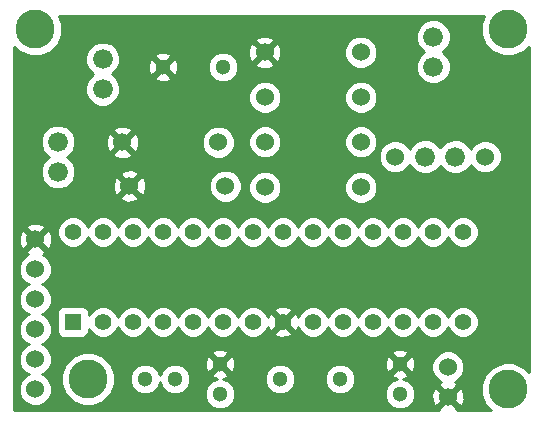
<source format=gbl>
%FSLAX46Y46*%
G04 Gerber Fmt 4.6, Leading zero omitted, Abs format (unit mm)*
G04 Created by KiCad (PCBNEW (2014-jul-16 BZR unknown)-product) date Mon 06 Oct 2014 22:12:13 BST*
%MOMM*%
G01*
G04 APERTURE LIST*
%ADD10C,0.100000*%
%ADD11C,1.300000*%
%ADD12C,1.397000*%
%ADD13R,1.397000X1.397000*%
%ADD14C,1.524000*%
%ADD15C,3.300000*%
%ADD16C,1.676400*%
%ADD17C,0.254000*%
G04 APERTURE END LIST*
D10*
D11*
X106426000Y-117856000D03*
X108966000Y-117856000D03*
X117856000Y-117856000D03*
X122936000Y-117856000D03*
X112776000Y-116586000D03*
X112776000Y-119126000D03*
X128016000Y-116586000D03*
X128016000Y-119126000D03*
D12*
X102870000Y-113030000D03*
X105410000Y-113030000D03*
X107950000Y-113030000D03*
X110490000Y-113030000D03*
X113030000Y-113030000D03*
X115570000Y-113030000D03*
X118110000Y-113030000D03*
X120650000Y-113030000D03*
X123190000Y-113030000D03*
X125730000Y-113030000D03*
X128270000Y-113030000D03*
X130810000Y-113030000D03*
X133350000Y-113030000D03*
D13*
X100330000Y-113030000D03*
D12*
X133350000Y-105410000D03*
X130810000Y-105410000D03*
X128270000Y-105410000D03*
X125730000Y-105410000D03*
X123190000Y-105410000D03*
X120650000Y-105410000D03*
X118110000Y-105410000D03*
X115570000Y-105410000D03*
X113030000Y-105410000D03*
X110490000Y-105410000D03*
X107950000Y-105410000D03*
X105410000Y-105410000D03*
X102870000Y-105410000D03*
X100330000Y-105410000D03*
D11*
X113030000Y-91440000D03*
X107950000Y-91440000D03*
D14*
X132080000Y-116840000D03*
X132080000Y-119380000D03*
X97155000Y-111125000D03*
X97155000Y-113665000D03*
X97155000Y-108585000D03*
X97155000Y-106045000D03*
X97155000Y-116205000D03*
X97155000Y-118745000D03*
D15*
X137160000Y-88265000D03*
X97155000Y-88265000D03*
X137160000Y-118745000D03*
X101600000Y-117856000D03*
D16*
X99060000Y-100330000D03*
X99060000Y-97790000D03*
X130149600Y-99034600D03*
X132689600Y-99034600D03*
D14*
X135229600Y-99034600D03*
X127609600Y-99034600D03*
D16*
X102844600Y-93319600D03*
X102844600Y-90779600D03*
D14*
X124714000Y-97790000D03*
X116586000Y-97790000D03*
X124714000Y-94005400D03*
X116586000Y-94005400D03*
X105105200Y-101523800D03*
X113233200Y-101523800D03*
X116560600Y-90195400D03*
X124688600Y-90195400D03*
X124714000Y-101625400D03*
X116586000Y-101625400D03*
X104521000Y-97815400D03*
X112649000Y-97815400D03*
D16*
X130835400Y-91414600D03*
X130835400Y-88874600D03*
D17*
G36*
X138938000Y-117291804D02*
X138456039Y-116809001D01*
X137616509Y-116460397D01*
X136707479Y-116459604D01*
X136626842Y-116492922D01*
X136626842Y-98757939D01*
X136414610Y-98244297D01*
X136021970Y-97850971D01*
X135508700Y-97637843D01*
X134952939Y-97637358D01*
X134439297Y-97849590D01*
X134045971Y-98242230D01*
X134000977Y-98350587D01*
X133939247Y-98201189D01*
X133525191Y-97786410D01*
X132983923Y-97561656D01*
X132397848Y-97561145D01*
X132308855Y-97597916D01*
X132308855Y-91122848D01*
X132085047Y-90581189D01*
X131670991Y-90166410D01*
X131619008Y-90144824D01*
X131668811Y-90124247D01*
X132083590Y-89710191D01*
X132308344Y-89168923D01*
X132308855Y-88582848D01*
X132085047Y-88041189D01*
X131670991Y-87626410D01*
X131129723Y-87401656D01*
X130543648Y-87401145D01*
X130001989Y-87624953D01*
X129587210Y-88039009D01*
X129362456Y-88580277D01*
X129361945Y-89166352D01*
X129585753Y-89708011D01*
X129999809Y-90122790D01*
X130051791Y-90144375D01*
X130001989Y-90164953D01*
X129587210Y-90579009D01*
X129362456Y-91120277D01*
X129361945Y-91706352D01*
X129585753Y-92248011D01*
X129999809Y-92662790D01*
X130541077Y-92887544D01*
X131127152Y-92888055D01*
X131668811Y-92664247D01*
X132083590Y-92250191D01*
X132308344Y-91708923D01*
X132308855Y-91122848D01*
X132308855Y-97597916D01*
X131856189Y-97784953D01*
X131441410Y-98199009D01*
X131419824Y-98250991D01*
X131399247Y-98201189D01*
X130985191Y-97786410D01*
X130443923Y-97561656D01*
X129857848Y-97561145D01*
X129316189Y-97784953D01*
X128901410Y-98199009D01*
X128838498Y-98350516D01*
X128794610Y-98244297D01*
X128401970Y-97850971D01*
X127888700Y-97637843D01*
X127332939Y-97637358D01*
X126819297Y-97849590D01*
X126425971Y-98242230D01*
X126212843Y-98755500D01*
X126212358Y-99311261D01*
X126424590Y-99824903D01*
X126817230Y-100218229D01*
X127330500Y-100431357D01*
X127886261Y-100431842D01*
X128399903Y-100219610D01*
X128793229Y-99826970D01*
X128838222Y-99718612D01*
X128899953Y-99868011D01*
X129314009Y-100282790D01*
X129855277Y-100507544D01*
X130441352Y-100508055D01*
X130983011Y-100284247D01*
X131397790Y-99870191D01*
X131419375Y-99818208D01*
X131439953Y-99868011D01*
X131854009Y-100282790D01*
X132395277Y-100507544D01*
X132981352Y-100508055D01*
X133523011Y-100284247D01*
X133937790Y-99870191D01*
X134000701Y-99718683D01*
X134044590Y-99824903D01*
X134437230Y-100218229D01*
X134950500Y-100431357D01*
X135506261Y-100431842D01*
X136019903Y-100219610D01*
X136413229Y-99826970D01*
X136626357Y-99313700D01*
X136626842Y-98757939D01*
X136626842Y-116492922D01*
X135867342Y-116806742D01*
X135224001Y-117448961D01*
X134875397Y-118288491D01*
X134874604Y-119197521D01*
X135221742Y-120037658D01*
X135706237Y-120523000D01*
X134683731Y-120523000D01*
X134683731Y-112765914D01*
X134683731Y-105145914D01*
X134481146Y-104655620D01*
X134106353Y-104280173D01*
X133616413Y-104076732D01*
X133085914Y-104076269D01*
X132595620Y-104278854D01*
X132220173Y-104653647D01*
X132079906Y-104991446D01*
X131941146Y-104655620D01*
X131566353Y-104280173D01*
X131076413Y-104076732D01*
X130545914Y-104076269D01*
X130055620Y-104278854D01*
X129680173Y-104653647D01*
X129539906Y-104991446D01*
X129401146Y-104655620D01*
X129026353Y-104280173D01*
X128536413Y-104076732D01*
X128005914Y-104076269D01*
X127515620Y-104278854D01*
X127140173Y-104653647D01*
X126999906Y-104991446D01*
X126861146Y-104655620D01*
X126486353Y-104280173D01*
X126111242Y-104124413D01*
X126111242Y-101348739D01*
X126111242Y-97513339D01*
X126111242Y-93728739D01*
X126085842Y-93667266D01*
X126085842Y-89918739D01*
X125873610Y-89405097D01*
X125480970Y-89011771D01*
X124967700Y-88798643D01*
X124411939Y-88798158D01*
X123898297Y-89010390D01*
X123504971Y-89403030D01*
X123291843Y-89916300D01*
X123291358Y-90472061D01*
X123503590Y-90985703D01*
X123896230Y-91379029D01*
X124409500Y-91592157D01*
X124965261Y-91592642D01*
X125478903Y-91380410D01*
X125872229Y-90987770D01*
X126085357Y-90474500D01*
X126085842Y-89918739D01*
X126085842Y-93667266D01*
X125899010Y-93215097D01*
X125506370Y-92821771D01*
X124993100Y-92608643D01*
X124437339Y-92608158D01*
X123923697Y-92820390D01*
X123530371Y-93213030D01*
X123317243Y-93726300D01*
X123316758Y-94282061D01*
X123528990Y-94795703D01*
X123921630Y-95189029D01*
X124434900Y-95402157D01*
X124990661Y-95402642D01*
X125504303Y-95190410D01*
X125897629Y-94797770D01*
X126110757Y-94284500D01*
X126111242Y-93728739D01*
X126111242Y-97513339D01*
X125899010Y-96999697D01*
X125506370Y-96606371D01*
X124993100Y-96393243D01*
X124437339Y-96392758D01*
X123923697Y-96604990D01*
X123530371Y-96997630D01*
X123317243Y-97510900D01*
X123316758Y-98066661D01*
X123528990Y-98580303D01*
X123921630Y-98973629D01*
X124434900Y-99186757D01*
X124990661Y-99187242D01*
X125504303Y-98975010D01*
X125897629Y-98582370D01*
X126110757Y-98069100D01*
X126111242Y-97513339D01*
X126111242Y-101348739D01*
X125899010Y-100835097D01*
X125506370Y-100441771D01*
X124993100Y-100228643D01*
X124437339Y-100228158D01*
X123923697Y-100440390D01*
X123530371Y-100833030D01*
X123317243Y-101346300D01*
X123316758Y-101902061D01*
X123528990Y-102415703D01*
X123921630Y-102809029D01*
X124434900Y-103022157D01*
X124990661Y-103022642D01*
X125504303Y-102810410D01*
X125897629Y-102417770D01*
X126110757Y-101904500D01*
X126111242Y-101348739D01*
X126111242Y-104124413D01*
X125996413Y-104076732D01*
X125465914Y-104076269D01*
X124975620Y-104278854D01*
X124600173Y-104653647D01*
X124459906Y-104991446D01*
X124321146Y-104655620D01*
X123946353Y-104280173D01*
X123456413Y-104076732D01*
X122925914Y-104076269D01*
X122435620Y-104278854D01*
X122060173Y-104653647D01*
X121919906Y-104991446D01*
X121781146Y-104655620D01*
X121406353Y-104280173D01*
X120916413Y-104076732D01*
X120385914Y-104076269D01*
X119895620Y-104278854D01*
X119520173Y-104653647D01*
X119379906Y-104991446D01*
X119241146Y-104655620D01*
X118866353Y-104280173D01*
X118376413Y-104076732D01*
X117983242Y-104076388D01*
X117983242Y-101348739D01*
X117983242Y-97513339D01*
X117983242Y-93728739D01*
X117969744Y-93696071D01*
X117969744Y-90403098D01*
X117941962Y-89848032D01*
X117782997Y-89464257D01*
X117540813Y-89394792D01*
X117361208Y-89574397D01*
X117361208Y-89215187D01*
X117291743Y-88973003D01*
X116768298Y-88786256D01*
X116213232Y-88814038D01*
X115829457Y-88973003D01*
X115759992Y-89215187D01*
X116560600Y-90015795D01*
X117361208Y-89215187D01*
X117361208Y-89574397D01*
X116740205Y-90195400D01*
X117540813Y-90996008D01*
X117782997Y-90926543D01*
X117969744Y-90403098D01*
X117969744Y-93696071D01*
X117771010Y-93215097D01*
X117378370Y-92821771D01*
X117361208Y-92814644D01*
X117361208Y-91175613D01*
X116560600Y-90375005D01*
X116380995Y-90554610D01*
X116380995Y-90195400D01*
X115580387Y-89394792D01*
X115338203Y-89464257D01*
X115151456Y-89987702D01*
X115179238Y-90542768D01*
X115338203Y-90926543D01*
X115580387Y-90996008D01*
X116380995Y-90195400D01*
X116380995Y-90554610D01*
X115759992Y-91175613D01*
X115829457Y-91417797D01*
X116352902Y-91604544D01*
X116907968Y-91576762D01*
X117291743Y-91417797D01*
X117361208Y-91175613D01*
X117361208Y-92814644D01*
X116865100Y-92608643D01*
X116309339Y-92608158D01*
X115795697Y-92820390D01*
X115402371Y-93213030D01*
X115189243Y-93726300D01*
X115188758Y-94282061D01*
X115400990Y-94795703D01*
X115793630Y-95189029D01*
X116306900Y-95402157D01*
X116862661Y-95402642D01*
X117376303Y-95190410D01*
X117769629Y-94797770D01*
X117982757Y-94284500D01*
X117983242Y-93728739D01*
X117983242Y-97513339D01*
X117771010Y-96999697D01*
X117378370Y-96606371D01*
X116865100Y-96393243D01*
X116309339Y-96392758D01*
X115795697Y-96604990D01*
X115402371Y-96997630D01*
X115189243Y-97510900D01*
X115188758Y-98066661D01*
X115400990Y-98580303D01*
X115793630Y-98973629D01*
X116306900Y-99186757D01*
X116862661Y-99187242D01*
X117376303Y-98975010D01*
X117769629Y-98582370D01*
X117982757Y-98069100D01*
X117983242Y-97513339D01*
X117983242Y-101348739D01*
X117771010Y-100835097D01*
X117378370Y-100441771D01*
X116865100Y-100228643D01*
X116309339Y-100228158D01*
X115795697Y-100440390D01*
X115402371Y-100833030D01*
X115189243Y-101346300D01*
X115188758Y-101902061D01*
X115400990Y-102415703D01*
X115793630Y-102809029D01*
X116306900Y-103022157D01*
X116862661Y-103022642D01*
X117376303Y-102810410D01*
X117769629Y-102417770D01*
X117982757Y-101904500D01*
X117983242Y-101348739D01*
X117983242Y-104076388D01*
X117845914Y-104076269D01*
X117355620Y-104278854D01*
X116980173Y-104653647D01*
X116839906Y-104991446D01*
X116701146Y-104655620D01*
X116326353Y-104280173D01*
X115836413Y-104076732D01*
X115305914Y-104076269D01*
X114815620Y-104278854D01*
X114630442Y-104463709D01*
X114630442Y-101247139D01*
X114418210Y-100733497D01*
X114315223Y-100630330D01*
X114315223Y-91185519D01*
X114120005Y-90713057D01*
X113758845Y-90351265D01*
X113286724Y-90155223D01*
X112775519Y-90154777D01*
X112303057Y-90349995D01*
X111941265Y-90711155D01*
X111745223Y-91183276D01*
X111744777Y-91694481D01*
X111939995Y-92166943D01*
X112301155Y-92528735D01*
X112773276Y-92724777D01*
X113284481Y-92725223D01*
X113756943Y-92530005D01*
X114118735Y-92168845D01*
X114314777Y-91696724D01*
X114315223Y-91185519D01*
X114315223Y-100630330D01*
X114046242Y-100360879D01*
X114046242Y-97538739D01*
X113834010Y-97025097D01*
X113441370Y-96631771D01*
X112928100Y-96418643D01*
X112372339Y-96418158D01*
X111858697Y-96630390D01*
X111465371Y-97023030D01*
X111252243Y-97536300D01*
X111251758Y-98092061D01*
X111463990Y-98605703D01*
X111856630Y-98999029D01*
X112369900Y-99212157D01*
X112925661Y-99212642D01*
X113439303Y-99000410D01*
X113832629Y-98607770D01*
X114045757Y-98094500D01*
X114046242Y-97538739D01*
X114046242Y-100360879D01*
X114025570Y-100340171D01*
X113512300Y-100127043D01*
X112956539Y-100126558D01*
X112442897Y-100338790D01*
X112049571Y-100731430D01*
X111836443Y-101244700D01*
X111835958Y-101800461D01*
X112048190Y-102314103D01*
X112440830Y-102707429D01*
X112954100Y-102920557D01*
X113509861Y-102921042D01*
X114023503Y-102708810D01*
X114416829Y-102316170D01*
X114629957Y-101802900D01*
X114630442Y-101247139D01*
X114630442Y-104463709D01*
X114440173Y-104653647D01*
X114299906Y-104991446D01*
X114161146Y-104655620D01*
X113786353Y-104280173D01*
X113296413Y-104076732D01*
X112765914Y-104076269D01*
X112275620Y-104278854D01*
X111900173Y-104653647D01*
X111759906Y-104991446D01*
X111621146Y-104655620D01*
X111246353Y-104280173D01*
X110756413Y-104076732D01*
X110225914Y-104076269D01*
X109735620Y-104278854D01*
X109360173Y-104653647D01*
X109247622Y-104924698D01*
X109247622Y-91620922D01*
X109218083Y-91110572D01*
X109079611Y-90776271D01*
X108849016Y-90720590D01*
X108669410Y-90900195D01*
X108669410Y-90540984D01*
X108613729Y-90310389D01*
X108130922Y-90142378D01*
X107620572Y-90171917D01*
X107286271Y-90310389D01*
X107230590Y-90540984D01*
X107950000Y-91260395D01*
X108669410Y-90540984D01*
X108669410Y-90900195D01*
X108129605Y-91440000D01*
X108849016Y-92159410D01*
X109079611Y-92103729D01*
X109247622Y-91620922D01*
X109247622Y-104924698D01*
X109219906Y-104991446D01*
X109081146Y-104655620D01*
X108706353Y-104280173D01*
X108669410Y-104264832D01*
X108669410Y-92339016D01*
X107950000Y-91619605D01*
X107770395Y-91799210D01*
X107770395Y-91440000D01*
X107050984Y-90720590D01*
X106820389Y-90776271D01*
X106652378Y-91259078D01*
X106681917Y-91769428D01*
X106820389Y-92103729D01*
X107050984Y-92159410D01*
X107770395Y-91440000D01*
X107770395Y-91799210D01*
X107230590Y-92339016D01*
X107286271Y-92569611D01*
X107769078Y-92737622D01*
X108279428Y-92708083D01*
X108613729Y-92569611D01*
X108669410Y-92339016D01*
X108669410Y-104264832D01*
X108216413Y-104076732D01*
X107685914Y-104076269D01*
X107195620Y-104278854D01*
X106820173Y-104653647D01*
X106679906Y-104991446D01*
X106541146Y-104655620D01*
X106514344Y-104628771D01*
X106514344Y-101731498D01*
X106486562Y-101176432D01*
X106327597Y-100792657D01*
X106085413Y-100723192D01*
X105930144Y-100878461D01*
X105930144Y-98023098D01*
X105902362Y-97468032D01*
X105743397Y-97084257D01*
X105501213Y-97014792D01*
X105321608Y-97194397D01*
X105321608Y-96835187D01*
X105252143Y-96593003D01*
X104728698Y-96406256D01*
X104318055Y-96426809D01*
X104318055Y-93027848D01*
X104094247Y-92486189D01*
X103680191Y-92071410D01*
X103628208Y-92049824D01*
X103678011Y-92029247D01*
X104092790Y-91615191D01*
X104317544Y-91073923D01*
X104318055Y-90487848D01*
X104094247Y-89946189D01*
X103680191Y-89531410D01*
X103138923Y-89306656D01*
X102552848Y-89306145D01*
X102011189Y-89529953D01*
X101596410Y-89944009D01*
X101371656Y-90485277D01*
X101371145Y-91071352D01*
X101594953Y-91613011D01*
X102009009Y-92027790D01*
X102060991Y-92049375D01*
X102011189Y-92069953D01*
X101596410Y-92484009D01*
X101371656Y-93025277D01*
X101371145Y-93611352D01*
X101594953Y-94153011D01*
X102009009Y-94567790D01*
X102550277Y-94792544D01*
X103136352Y-94793055D01*
X103678011Y-94569247D01*
X104092790Y-94155191D01*
X104317544Y-93613923D01*
X104318055Y-93027848D01*
X104318055Y-96426809D01*
X104173632Y-96434038D01*
X103789857Y-96593003D01*
X103720392Y-96835187D01*
X104521000Y-97635795D01*
X105321608Y-96835187D01*
X105321608Y-97194397D01*
X104700605Y-97815400D01*
X105501213Y-98616008D01*
X105743397Y-98546543D01*
X105930144Y-98023098D01*
X105930144Y-100878461D01*
X105905808Y-100902797D01*
X105905808Y-100543587D01*
X105836343Y-100301403D01*
X105321608Y-100117763D01*
X105321608Y-98795613D01*
X104521000Y-97995005D01*
X104341395Y-98174610D01*
X104341395Y-97815400D01*
X103540787Y-97014792D01*
X103298603Y-97084257D01*
X103111856Y-97607702D01*
X103139638Y-98162768D01*
X103298603Y-98546543D01*
X103540787Y-98616008D01*
X104341395Y-97815400D01*
X104341395Y-98174610D01*
X103720392Y-98795613D01*
X103789857Y-99037797D01*
X104313302Y-99224544D01*
X104868368Y-99196762D01*
X105252143Y-99037797D01*
X105321608Y-98795613D01*
X105321608Y-100117763D01*
X105312898Y-100114656D01*
X104757832Y-100142438D01*
X104374057Y-100301403D01*
X104304592Y-100543587D01*
X105105200Y-101344195D01*
X105905808Y-100543587D01*
X105905808Y-100902797D01*
X105284805Y-101523800D01*
X106085413Y-102324408D01*
X106327597Y-102254943D01*
X106514344Y-101731498D01*
X106514344Y-104628771D01*
X106166353Y-104280173D01*
X105905808Y-104171985D01*
X105905808Y-102504013D01*
X105105200Y-101703405D01*
X104925595Y-101883010D01*
X104925595Y-101523800D01*
X104124987Y-100723192D01*
X103882803Y-100792657D01*
X103696056Y-101316102D01*
X103723838Y-101871168D01*
X103882803Y-102254943D01*
X104124987Y-102324408D01*
X104925595Y-101523800D01*
X104925595Y-101883010D01*
X104304592Y-102504013D01*
X104374057Y-102746197D01*
X104897502Y-102932944D01*
X105452568Y-102905162D01*
X105836343Y-102746197D01*
X105905808Y-102504013D01*
X105905808Y-104171985D01*
X105676413Y-104076732D01*
X105145914Y-104076269D01*
X104655620Y-104278854D01*
X104280173Y-104653647D01*
X104139906Y-104991446D01*
X104001146Y-104655620D01*
X103626353Y-104280173D01*
X103136413Y-104076732D01*
X102605914Y-104076269D01*
X102115620Y-104278854D01*
X101740173Y-104653647D01*
X101599906Y-104991446D01*
X101461146Y-104655620D01*
X101086353Y-104280173D01*
X100596413Y-104076732D01*
X100533455Y-104076677D01*
X100533455Y-100038248D01*
X100309647Y-99496589D01*
X99895591Y-99081810D01*
X99843608Y-99060224D01*
X99893411Y-99039647D01*
X100308190Y-98625591D01*
X100532944Y-98084323D01*
X100533455Y-97498248D01*
X100309647Y-96956589D01*
X99895591Y-96541810D01*
X99354323Y-96317056D01*
X98768248Y-96316545D01*
X98226589Y-96540353D01*
X97811810Y-96954409D01*
X97587056Y-97495677D01*
X97586545Y-98081752D01*
X97810353Y-98623411D01*
X98224409Y-99038190D01*
X98276391Y-99059775D01*
X98226589Y-99080353D01*
X97811810Y-99494409D01*
X97587056Y-100035677D01*
X97586545Y-100621752D01*
X97810353Y-101163411D01*
X98224409Y-101578190D01*
X98765677Y-101802944D01*
X99351752Y-101803455D01*
X99893411Y-101579647D01*
X100308190Y-101165591D01*
X100532944Y-100624323D01*
X100533455Y-100038248D01*
X100533455Y-104076677D01*
X100065914Y-104076269D01*
X99575620Y-104278854D01*
X99200173Y-104653647D01*
X98996732Y-105143587D01*
X98996269Y-105674086D01*
X99198854Y-106164380D01*
X99573647Y-106539827D01*
X100063587Y-106743268D01*
X100594086Y-106743731D01*
X101084380Y-106541146D01*
X101459827Y-106166353D01*
X101600093Y-105828553D01*
X101738854Y-106164380D01*
X102113647Y-106539827D01*
X102603587Y-106743268D01*
X103134086Y-106743731D01*
X103624380Y-106541146D01*
X103999827Y-106166353D01*
X104140093Y-105828553D01*
X104278854Y-106164380D01*
X104653647Y-106539827D01*
X105143587Y-106743268D01*
X105674086Y-106743731D01*
X106164380Y-106541146D01*
X106539827Y-106166353D01*
X106680093Y-105828553D01*
X106818854Y-106164380D01*
X107193647Y-106539827D01*
X107683587Y-106743268D01*
X108214086Y-106743731D01*
X108704380Y-106541146D01*
X109079827Y-106166353D01*
X109220093Y-105828553D01*
X109358854Y-106164380D01*
X109733647Y-106539827D01*
X110223587Y-106743268D01*
X110754086Y-106743731D01*
X111244380Y-106541146D01*
X111619827Y-106166353D01*
X111760093Y-105828553D01*
X111898854Y-106164380D01*
X112273647Y-106539827D01*
X112763587Y-106743268D01*
X113294086Y-106743731D01*
X113784380Y-106541146D01*
X114159827Y-106166353D01*
X114300093Y-105828553D01*
X114438854Y-106164380D01*
X114813647Y-106539827D01*
X115303587Y-106743268D01*
X115834086Y-106743731D01*
X116324380Y-106541146D01*
X116699827Y-106166353D01*
X116840093Y-105828553D01*
X116978854Y-106164380D01*
X117353647Y-106539827D01*
X117843587Y-106743268D01*
X118374086Y-106743731D01*
X118864380Y-106541146D01*
X119239827Y-106166353D01*
X119380093Y-105828553D01*
X119518854Y-106164380D01*
X119893647Y-106539827D01*
X120383587Y-106743268D01*
X120914086Y-106743731D01*
X121404380Y-106541146D01*
X121779827Y-106166353D01*
X121920093Y-105828553D01*
X122058854Y-106164380D01*
X122433647Y-106539827D01*
X122923587Y-106743268D01*
X123454086Y-106743731D01*
X123944380Y-106541146D01*
X124319827Y-106166353D01*
X124460093Y-105828553D01*
X124598854Y-106164380D01*
X124973647Y-106539827D01*
X125463587Y-106743268D01*
X125994086Y-106743731D01*
X126484380Y-106541146D01*
X126859827Y-106166353D01*
X127000093Y-105828553D01*
X127138854Y-106164380D01*
X127513647Y-106539827D01*
X128003587Y-106743268D01*
X128534086Y-106743731D01*
X129024380Y-106541146D01*
X129399827Y-106166353D01*
X129540093Y-105828553D01*
X129678854Y-106164380D01*
X130053647Y-106539827D01*
X130543587Y-106743268D01*
X131074086Y-106743731D01*
X131564380Y-106541146D01*
X131939827Y-106166353D01*
X132080093Y-105828553D01*
X132218854Y-106164380D01*
X132593647Y-106539827D01*
X133083587Y-106743268D01*
X133614086Y-106743731D01*
X134104380Y-106541146D01*
X134479827Y-106166353D01*
X134683268Y-105676413D01*
X134683731Y-105145914D01*
X134683731Y-112765914D01*
X134481146Y-112275620D01*
X134106353Y-111900173D01*
X133616413Y-111696732D01*
X133085914Y-111696269D01*
X132595620Y-111898854D01*
X132220173Y-112273647D01*
X132079906Y-112611446D01*
X131941146Y-112275620D01*
X131566353Y-111900173D01*
X131076413Y-111696732D01*
X130545914Y-111696269D01*
X130055620Y-111898854D01*
X129680173Y-112273647D01*
X129539906Y-112611446D01*
X129401146Y-112275620D01*
X129026353Y-111900173D01*
X128536413Y-111696732D01*
X128005914Y-111696269D01*
X127515620Y-111898854D01*
X127140173Y-112273647D01*
X126999906Y-112611446D01*
X126861146Y-112275620D01*
X126486353Y-111900173D01*
X125996413Y-111696732D01*
X125465914Y-111696269D01*
X124975620Y-111898854D01*
X124600173Y-112273647D01*
X124459906Y-112611446D01*
X124321146Y-112275620D01*
X123946353Y-111900173D01*
X123456413Y-111696732D01*
X122925914Y-111696269D01*
X122435620Y-111898854D01*
X122060173Y-112273647D01*
X121919906Y-112611446D01*
X121781146Y-112275620D01*
X121406353Y-111900173D01*
X120916413Y-111696732D01*
X120385914Y-111696269D01*
X119895620Y-111898854D01*
X119520173Y-112273647D01*
X119386686Y-112595118D01*
X119279800Y-112337071D01*
X119044188Y-112275417D01*
X118864583Y-112455022D01*
X118864583Y-112095812D01*
X118802929Y-111860200D01*
X118302520Y-111684073D01*
X117772801Y-111712852D01*
X117417071Y-111860200D01*
X117355417Y-112095812D01*
X118110000Y-112850395D01*
X118864583Y-112095812D01*
X118864583Y-112455022D01*
X118289605Y-113030000D01*
X119044188Y-113784583D01*
X119279800Y-113722929D01*
X119378083Y-113443688D01*
X119518854Y-113784380D01*
X119893647Y-114159827D01*
X120383587Y-114363268D01*
X120914086Y-114363731D01*
X121404380Y-114161146D01*
X121779827Y-113786353D01*
X121920093Y-113448553D01*
X122058854Y-113784380D01*
X122433647Y-114159827D01*
X122923587Y-114363268D01*
X123454086Y-114363731D01*
X123944380Y-114161146D01*
X124319827Y-113786353D01*
X124460093Y-113448553D01*
X124598854Y-113784380D01*
X124973647Y-114159827D01*
X125463587Y-114363268D01*
X125994086Y-114363731D01*
X126484380Y-114161146D01*
X126859827Y-113786353D01*
X127000093Y-113448553D01*
X127138854Y-113784380D01*
X127513647Y-114159827D01*
X128003587Y-114363268D01*
X128534086Y-114363731D01*
X129024380Y-114161146D01*
X129399827Y-113786353D01*
X129540093Y-113448553D01*
X129678854Y-113784380D01*
X130053647Y-114159827D01*
X130543587Y-114363268D01*
X131074086Y-114363731D01*
X131564380Y-114161146D01*
X131939827Y-113786353D01*
X132080093Y-113448553D01*
X132218854Y-113784380D01*
X132593647Y-114159827D01*
X133083587Y-114363268D01*
X133614086Y-114363731D01*
X134104380Y-114161146D01*
X134479827Y-113786353D01*
X134683268Y-113296413D01*
X134683731Y-112765914D01*
X134683731Y-120523000D01*
X133489144Y-120523000D01*
X133489144Y-119587698D01*
X133477242Y-119349903D01*
X133477242Y-116563339D01*
X133265010Y-116049697D01*
X132872370Y-115656371D01*
X132359100Y-115443243D01*
X131803339Y-115442758D01*
X131289697Y-115654990D01*
X130896371Y-116047630D01*
X130683243Y-116560900D01*
X130682758Y-117116661D01*
X130894990Y-117630303D01*
X131287630Y-118023629D01*
X131479727Y-118103394D01*
X131348857Y-118157603D01*
X131279392Y-118399787D01*
X132080000Y-119200395D01*
X132880608Y-118399787D01*
X132811143Y-118157603D01*
X132670682Y-118107491D01*
X132870303Y-118025010D01*
X133263629Y-117632370D01*
X133476757Y-117119100D01*
X133477242Y-116563339D01*
X133477242Y-119349903D01*
X133461362Y-119032632D01*
X133302397Y-118648857D01*
X133060213Y-118579392D01*
X132259605Y-119380000D01*
X133060213Y-120180608D01*
X133302397Y-120111143D01*
X133489144Y-119587698D01*
X133489144Y-120523000D01*
X132833916Y-120523000D01*
X132880608Y-120360213D01*
X132080000Y-119559605D01*
X131900395Y-119739210D01*
X131900395Y-119380000D01*
X131099787Y-118579392D01*
X130857603Y-118648857D01*
X130670856Y-119172302D01*
X130698638Y-119727368D01*
X130857603Y-120111143D01*
X131099787Y-120180608D01*
X131900395Y-119380000D01*
X131900395Y-119739210D01*
X131279392Y-120360213D01*
X131326083Y-120523000D01*
X129313622Y-120523000D01*
X129313622Y-116766922D01*
X129284083Y-116256572D01*
X129145611Y-115922271D01*
X128915016Y-115866590D01*
X128735410Y-116046195D01*
X128735410Y-115686984D01*
X128679729Y-115456389D01*
X128196922Y-115288378D01*
X127686572Y-115317917D01*
X127352271Y-115456389D01*
X127296590Y-115686984D01*
X128016000Y-116406395D01*
X128735410Y-115686984D01*
X128735410Y-116046195D01*
X128195605Y-116586000D01*
X128915016Y-117305410D01*
X129145611Y-117249729D01*
X129313622Y-116766922D01*
X129313622Y-120523000D01*
X129301223Y-120523000D01*
X129301223Y-118871519D01*
X129106005Y-118399057D01*
X128744845Y-118037265D01*
X128308799Y-117856203D01*
X128345428Y-117854083D01*
X128679729Y-117715611D01*
X128735410Y-117485016D01*
X128016000Y-116765605D01*
X127836395Y-116945210D01*
X127836395Y-116586000D01*
X127116984Y-115866590D01*
X126886389Y-115922271D01*
X126718378Y-116405078D01*
X126747917Y-116915428D01*
X126886389Y-117249729D01*
X127116984Y-117305410D01*
X127836395Y-116586000D01*
X127836395Y-116945210D01*
X127296590Y-117485016D01*
X127352271Y-117715611D01*
X127738860Y-117850139D01*
X127289057Y-118035995D01*
X126927265Y-118397155D01*
X126731223Y-118869276D01*
X126730777Y-119380481D01*
X126925995Y-119852943D01*
X127287155Y-120214735D01*
X127759276Y-120410777D01*
X128270481Y-120411223D01*
X128742943Y-120216005D01*
X129104735Y-119854845D01*
X129300777Y-119382724D01*
X129301223Y-118871519D01*
X129301223Y-120523000D01*
X124221223Y-120523000D01*
X124221223Y-117601519D01*
X124026005Y-117129057D01*
X123664845Y-116767265D01*
X123192724Y-116571223D01*
X122681519Y-116570777D01*
X122209057Y-116765995D01*
X121847265Y-117127155D01*
X121651223Y-117599276D01*
X121650777Y-118110481D01*
X121845995Y-118582943D01*
X122207155Y-118944735D01*
X122679276Y-119140777D01*
X123190481Y-119141223D01*
X123662943Y-118946005D01*
X124024735Y-118584845D01*
X124220777Y-118112724D01*
X124221223Y-117601519D01*
X124221223Y-120523000D01*
X119141223Y-120523000D01*
X119141223Y-117601519D01*
X118946005Y-117129057D01*
X118864583Y-117047492D01*
X118864583Y-113964188D01*
X118110000Y-113209605D01*
X117930395Y-113389210D01*
X117930395Y-113030000D01*
X117175812Y-112275417D01*
X116940200Y-112337071D01*
X116841916Y-112616311D01*
X116701146Y-112275620D01*
X116326353Y-111900173D01*
X115836413Y-111696732D01*
X115305914Y-111696269D01*
X114815620Y-111898854D01*
X114440173Y-112273647D01*
X114299906Y-112611446D01*
X114161146Y-112275620D01*
X113786353Y-111900173D01*
X113296413Y-111696732D01*
X112765914Y-111696269D01*
X112275620Y-111898854D01*
X111900173Y-112273647D01*
X111759906Y-112611446D01*
X111621146Y-112275620D01*
X111246353Y-111900173D01*
X110756413Y-111696732D01*
X110225914Y-111696269D01*
X109735620Y-111898854D01*
X109360173Y-112273647D01*
X109219906Y-112611446D01*
X109081146Y-112275620D01*
X108706353Y-111900173D01*
X108216413Y-111696732D01*
X107685914Y-111696269D01*
X107195620Y-111898854D01*
X106820173Y-112273647D01*
X106679906Y-112611446D01*
X106541146Y-112275620D01*
X106166353Y-111900173D01*
X105676413Y-111696732D01*
X105145914Y-111696269D01*
X104655620Y-111898854D01*
X104280173Y-112273647D01*
X104139906Y-112611446D01*
X104001146Y-112275620D01*
X103626353Y-111900173D01*
X103136413Y-111696732D01*
X102605914Y-111696269D01*
X102115620Y-111898854D01*
X101740173Y-112273647D01*
X101663500Y-112458295D01*
X101663500Y-112205191D01*
X101566827Y-111971802D01*
X101388199Y-111793173D01*
X101154810Y-111696500D01*
X100902191Y-111696500D01*
X99505191Y-111696500D01*
X99271802Y-111793173D01*
X99093173Y-111971801D01*
X98996500Y-112205190D01*
X98996500Y-112457809D01*
X98996500Y-113854809D01*
X99093173Y-114088198D01*
X99271801Y-114266827D01*
X99505190Y-114363500D01*
X99757809Y-114363500D01*
X101154809Y-114363500D01*
X101388198Y-114266827D01*
X101566827Y-114088199D01*
X101663500Y-113854810D01*
X101663500Y-113602191D01*
X101663500Y-113602009D01*
X101738854Y-113784380D01*
X102113647Y-114159827D01*
X102603587Y-114363268D01*
X103134086Y-114363731D01*
X103624380Y-114161146D01*
X103999827Y-113786353D01*
X104140093Y-113448553D01*
X104278854Y-113784380D01*
X104653647Y-114159827D01*
X105143587Y-114363268D01*
X105674086Y-114363731D01*
X106164380Y-114161146D01*
X106539827Y-113786353D01*
X106680093Y-113448553D01*
X106818854Y-113784380D01*
X107193647Y-114159827D01*
X107683587Y-114363268D01*
X108214086Y-114363731D01*
X108704380Y-114161146D01*
X109079827Y-113786353D01*
X109220093Y-113448553D01*
X109358854Y-113784380D01*
X109733647Y-114159827D01*
X110223587Y-114363268D01*
X110754086Y-114363731D01*
X111244380Y-114161146D01*
X111619827Y-113786353D01*
X111760093Y-113448553D01*
X111898854Y-113784380D01*
X112273647Y-114159827D01*
X112763587Y-114363268D01*
X113294086Y-114363731D01*
X113784380Y-114161146D01*
X114159827Y-113786353D01*
X114300093Y-113448553D01*
X114438854Y-113784380D01*
X114813647Y-114159827D01*
X115303587Y-114363268D01*
X115834086Y-114363731D01*
X116324380Y-114161146D01*
X116699827Y-113786353D01*
X116833313Y-113464881D01*
X116940200Y-113722929D01*
X117175812Y-113784583D01*
X117930395Y-113030000D01*
X117930395Y-113389210D01*
X117355417Y-113964188D01*
X117417071Y-114199800D01*
X117917480Y-114375927D01*
X118447199Y-114347148D01*
X118802929Y-114199800D01*
X118864583Y-113964188D01*
X118864583Y-117047492D01*
X118584845Y-116767265D01*
X118112724Y-116571223D01*
X117601519Y-116570777D01*
X117129057Y-116765995D01*
X116767265Y-117127155D01*
X116571223Y-117599276D01*
X116570777Y-118110481D01*
X116765995Y-118582943D01*
X117127155Y-118944735D01*
X117599276Y-119140777D01*
X118110481Y-119141223D01*
X118582943Y-118946005D01*
X118944735Y-118584845D01*
X119140777Y-118112724D01*
X119141223Y-117601519D01*
X119141223Y-120523000D01*
X114073622Y-120523000D01*
X114073622Y-116766922D01*
X114044083Y-116256572D01*
X113905611Y-115922271D01*
X113675016Y-115866590D01*
X113495410Y-116046195D01*
X113495410Y-115686984D01*
X113439729Y-115456389D01*
X112956922Y-115288378D01*
X112446572Y-115317917D01*
X112112271Y-115456389D01*
X112056590Y-115686984D01*
X112776000Y-116406395D01*
X113495410Y-115686984D01*
X113495410Y-116046195D01*
X112955605Y-116586000D01*
X113675016Y-117305410D01*
X113905611Y-117249729D01*
X114073622Y-116766922D01*
X114073622Y-120523000D01*
X114061223Y-120523000D01*
X114061223Y-118871519D01*
X113866005Y-118399057D01*
X113504845Y-118037265D01*
X113068799Y-117856203D01*
X113105428Y-117854083D01*
X113439729Y-117715611D01*
X113495410Y-117485016D01*
X112776000Y-116765605D01*
X112596395Y-116945210D01*
X112596395Y-116586000D01*
X111876984Y-115866590D01*
X111646389Y-115922271D01*
X111478378Y-116405078D01*
X111507917Y-116915428D01*
X111646389Y-117249729D01*
X111876984Y-117305410D01*
X112596395Y-116586000D01*
X112596395Y-116945210D01*
X112056590Y-117485016D01*
X112112271Y-117715611D01*
X112498860Y-117850139D01*
X112049057Y-118035995D01*
X111687265Y-118397155D01*
X111491223Y-118869276D01*
X111490777Y-119380481D01*
X111685995Y-119852943D01*
X112047155Y-120214735D01*
X112519276Y-120410777D01*
X113030481Y-120411223D01*
X113502943Y-120216005D01*
X113864735Y-119854845D01*
X114060777Y-119382724D01*
X114061223Y-118871519D01*
X114061223Y-120523000D01*
X110251223Y-120523000D01*
X110251223Y-117601519D01*
X110056005Y-117129057D01*
X109694845Y-116767265D01*
X109222724Y-116571223D01*
X108711519Y-116570777D01*
X108239057Y-116765995D01*
X107877265Y-117127155D01*
X107695795Y-117564181D01*
X107516005Y-117129057D01*
X107154845Y-116767265D01*
X106682724Y-116571223D01*
X106171519Y-116570777D01*
X105699057Y-116765995D01*
X105337265Y-117127155D01*
X105141223Y-117599276D01*
X105140777Y-118110481D01*
X105335995Y-118582943D01*
X105697155Y-118944735D01*
X106169276Y-119140777D01*
X106680481Y-119141223D01*
X107152943Y-118946005D01*
X107514735Y-118584845D01*
X107696204Y-118147818D01*
X107875995Y-118582943D01*
X108237155Y-118944735D01*
X108709276Y-119140777D01*
X109220481Y-119141223D01*
X109692943Y-118946005D01*
X110054735Y-118584845D01*
X110250777Y-118112724D01*
X110251223Y-117601519D01*
X110251223Y-120523000D01*
X103885396Y-120523000D01*
X103885396Y-117403479D01*
X103538258Y-116563342D01*
X102896039Y-115920001D01*
X102056509Y-115571397D01*
X101147479Y-115570604D01*
X100307342Y-115917742D01*
X99664001Y-116559961D01*
X99315397Y-117399491D01*
X99314604Y-118308521D01*
X99661742Y-119148658D01*
X100303961Y-119791999D01*
X101143491Y-120140603D01*
X102052521Y-120141396D01*
X102892658Y-119794258D01*
X103535999Y-119152039D01*
X103884603Y-118312509D01*
X103885396Y-117403479D01*
X103885396Y-120523000D01*
X98564144Y-120523000D01*
X98564144Y-106252698D01*
X98536362Y-105697632D01*
X98377397Y-105313857D01*
X98135213Y-105244392D01*
X97955608Y-105423997D01*
X97955608Y-105064787D01*
X97886143Y-104822603D01*
X97362698Y-104635856D01*
X96807632Y-104663638D01*
X96423857Y-104822603D01*
X96354392Y-105064787D01*
X97155000Y-105865395D01*
X97955608Y-105064787D01*
X97955608Y-105423997D01*
X97334605Y-106045000D01*
X98135213Y-106845608D01*
X98377397Y-106776143D01*
X98564144Y-106252698D01*
X98564144Y-120523000D01*
X98552242Y-120523000D01*
X98552242Y-118468339D01*
X98340010Y-117954697D01*
X97947370Y-117561371D01*
X97739487Y-117475050D01*
X97945303Y-117390010D01*
X98338629Y-116997370D01*
X98551757Y-116484100D01*
X98552242Y-115928339D01*
X98340010Y-115414697D01*
X97947370Y-115021371D01*
X97739487Y-114935050D01*
X97945303Y-114850010D01*
X98338629Y-114457370D01*
X98551757Y-113944100D01*
X98552242Y-113388339D01*
X98340010Y-112874697D01*
X97947370Y-112481371D01*
X97739487Y-112395050D01*
X97945303Y-112310010D01*
X98338629Y-111917370D01*
X98551757Y-111404100D01*
X98552242Y-110848339D01*
X98340010Y-110334697D01*
X97947370Y-109941371D01*
X97739487Y-109855050D01*
X97945303Y-109770010D01*
X98338629Y-109377370D01*
X98551757Y-108864100D01*
X98552242Y-108308339D01*
X98340010Y-107794697D01*
X97947370Y-107401371D01*
X97755272Y-107321605D01*
X97886143Y-107267397D01*
X97955608Y-107025213D01*
X97155000Y-106224605D01*
X96975395Y-106404210D01*
X96975395Y-106045000D01*
X96174787Y-105244392D01*
X95932603Y-105313857D01*
X95745856Y-105837302D01*
X95773638Y-106392368D01*
X95932603Y-106776143D01*
X96174787Y-106845608D01*
X96975395Y-106045000D01*
X96975395Y-106404210D01*
X96354392Y-107025213D01*
X96423857Y-107267397D01*
X96564317Y-107317508D01*
X96364697Y-107399990D01*
X95971371Y-107792630D01*
X95758243Y-108305900D01*
X95757758Y-108861661D01*
X95969990Y-109375303D01*
X96362630Y-109768629D01*
X96570512Y-109854949D01*
X96364697Y-109939990D01*
X95971371Y-110332630D01*
X95758243Y-110845900D01*
X95757758Y-111401661D01*
X95969990Y-111915303D01*
X96362630Y-112308629D01*
X96570512Y-112394949D01*
X96364697Y-112479990D01*
X95971371Y-112872630D01*
X95758243Y-113385900D01*
X95757758Y-113941661D01*
X95969990Y-114455303D01*
X96362630Y-114848629D01*
X96570512Y-114934949D01*
X96364697Y-115019990D01*
X95971371Y-115412630D01*
X95758243Y-115925900D01*
X95757758Y-116481661D01*
X95969990Y-116995303D01*
X96362630Y-117388629D01*
X96570512Y-117474949D01*
X96364697Y-117559990D01*
X95971371Y-117952630D01*
X95758243Y-118465900D01*
X95757758Y-119021661D01*
X95969990Y-119535303D01*
X96362630Y-119928629D01*
X96875900Y-120141757D01*
X97431661Y-120142242D01*
X97945303Y-119930010D01*
X98338629Y-119537370D01*
X98551757Y-119024100D01*
X98552242Y-118468339D01*
X98552242Y-120523000D01*
X95377000Y-120523000D01*
X95377000Y-89718195D01*
X95858961Y-90200999D01*
X96698491Y-90549603D01*
X97607521Y-90550396D01*
X98447658Y-90203258D01*
X99090999Y-89561039D01*
X99439603Y-88721509D01*
X99440396Y-87812479D01*
X99155095Y-87122000D01*
X135160453Y-87122000D01*
X134875397Y-87808491D01*
X134874604Y-88717521D01*
X135221742Y-89557658D01*
X135863961Y-90200999D01*
X136703491Y-90549603D01*
X137612521Y-90550396D01*
X138452658Y-90203258D01*
X138938000Y-89718762D01*
X138938000Y-117291804D01*
X138938000Y-117291804D01*
G37*
X138938000Y-117291804D02*
X138456039Y-116809001D01*
X137616509Y-116460397D01*
X136707479Y-116459604D01*
X136626842Y-116492922D01*
X136626842Y-98757939D01*
X136414610Y-98244297D01*
X136021970Y-97850971D01*
X135508700Y-97637843D01*
X134952939Y-97637358D01*
X134439297Y-97849590D01*
X134045971Y-98242230D01*
X134000977Y-98350587D01*
X133939247Y-98201189D01*
X133525191Y-97786410D01*
X132983923Y-97561656D01*
X132397848Y-97561145D01*
X132308855Y-97597916D01*
X132308855Y-91122848D01*
X132085047Y-90581189D01*
X131670991Y-90166410D01*
X131619008Y-90144824D01*
X131668811Y-90124247D01*
X132083590Y-89710191D01*
X132308344Y-89168923D01*
X132308855Y-88582848D01*
X132085047Y-88041189D01*
X131670991Y-87626410D01*
X131129723Y-87401656D01*
X130543648Y-87401145D01*
X130001989Y-87624953D01*
X129587210Y-88039009D01*
X129362456Y-88580277D01*
X129361945Y-89166352D01*
X129585753Y-89708011D01*
X129999809Y-90122790D01*
X130051791Y-90144375D01*
X130001989Y-90164953D01*
X129587210Y-90579009D01*
X129362456Y-91120277D01*
X129361945Y-91706352D01*
X129585753Y-92248011D01*
X129999809Y-92662790D01*
X130541077Y-92887544D01*
X131127152Y-92888055D01*
X131668811Y-92664247D01*
X132083590Y-92250191D01*
X132308344Y-91708923D01*
X132308855Y-91122848D01*
X132308855Y-97597916D01*
X131856189Y-97784953D01*
X131441410Y-98199009D01*
X131419824Y-98250991D01*
X131399247Y-98201189D01*
X130985191Y-97786410D01*
X130443923Y-97561656D01*
X129857848Y-97561145D01*
X129316189Y-97784953D01*
X128901410Y-98199009D01*
X128838498Y-98350516D01*
X128794610Y-98244297D01*
X128401970Y-97850971D01*
X127888700Y-97637843D01*
X127332939Y-97637358D01*
X126819297Y-97849590D01*
X126425971Y-98242230D01*
X126212843Y-98755500D01*
X126212358Y-99311261D01*
X126424590Y-99824903D01*
X126817230Y-100218229D01*
X127330500Y-100431357D01*
X127886261Y-100431842D01*
X128399903Y-100219610D01*
X128793229Y-99826970D01*
X128838222Y-99718612D01*
X128899953Y-99868011D01*
X129314009Y-100282790D01*
X129855277Y-100507544D01*
X130441352Y-100508055D01*
X130983011Y-100284247D01*
X131397790Y-99870191D01*
X131419375Y-99818208D01*
X131439953Y-99868011D01*
X131854009Y-100282790D01*
X132395277Y-100507544D01*
X132981352Y-100508055D01*
X133523011Y-100284247D01*
X133937790Y-99870191D01*
X134000701Y-99718683D01*
X134044590Y-99824903D01*
X134437230Y-100218229D01*
X134950500Y-100431357D01*
X135506261Y-100431842D01*
X136019903Y-100219610D01*
X136413229Y-99826970D01*
X136626357Y-99313700D01*
X136626842Y-98757939D01*
X136626842Y-116492922D01*
X135867342Y-116806742D01*
X135224001Y-117448961D01*
X134875397Y-118288491D01*
X134874604Y-119197521D01*
X135221742Y-120037658D01*
X135706237Y-120523000D01*
X134683731Y-120523000D01*
X134683731Y-112765914D01*
X134683731Y-105145914D01*
X134481146Y-104655620D01*
X134106353Y-104280173D01*
X133616413Y-104076732D01*
X133085914Y-104076269D01*
X132595620Y-104278854D01*
X132220173Y-104653647D01*
X132079906Y-104991446D01*
X131941146Y-104655620D01*
X131566353Y-104280173D01*
X131076413Y-104076732D01*
X130545914Y-104076269D01*
X130055620Y-104278854D01*
X129680173Y-104653647D01*
X129539906Y-104991446D01*
X129401146Y-104655620D01*
X129026353Y-104280173D01*
X128536413Y-104076732D01*
X128005914Y-104076269D01*
X127515620Y-104278854D01*
X127140173Y-104653647D01*
X126999906Y-104991446D01*
X126861146Y-104655620D01*
X126486353Y-104280173D01*
X126111242Y-104124413D01*
X126111242Y-101348739D01*
X126111242Y-97513339D01*
X126111242Y-93728739D01*
X126085842Y-93667266D01*
X126085842Y-89918739D01*
X125873610Y-89405097D01*
X125480970Y-89011771D01*
X124967700Y-88798643D01*
X124411939Y-88798158D01*
X123898297Y-89010390D01*
X123504971Y-89403030D01*
X123291843Y-89916300D01*
X123291358Y-90472061D01*
X123503590Y-90985703D01*
X123896230Y-91379029D01*
X124409500Y-91592157D01*
X124965261Y-91592642D01*
X125478903Y-91380410D01*
X125872229Y-90987770D01*
X126085357Y-90474500D01*
X126085842Y-89918739D01*
X126085842Y-93667266D01*
X125899010Y-93215097D01*
X125506370Y-92821771D01*
X124993100Y-92608643D01*
X124437339Y-92608158D01*
X123923697Y-92820390D01*
X123530371Y-93213030D01*
X123317243Y-93726300D01*
X123316758Y-94282061D01*
X123528990Y-94795703D01*
X123921630Y-95189029D01*
X124434900Y-95402157D01*
X124990661Y-95402642D01*
X125504303Y-95190410D01*
X125897629Y-94797770D01*
X126110757Y-94284500D01*
X126111242Y-93728739D01*
X126111242Y-97513339D01*
X125899010Y-96999697D01*
X125506370Y-96606371D01*
X124993100Y-96393243D01*
X124437339Y-96392758D01*
X123923697Y-96604990D01*
X123530371Y-96997630D01*
X123317243Y-97510900D01*
X123316758Y-98066661D01*
X123528990Y-98580303D01*
X123921630Y-98973629D01*
X124434900Y-99186757D01*
X124990661Y-99187242D01*
X125504303Y-98975010D01*
X125897629Y-98582370D01*
X126110757Y-98069100D01*
X126111242Y-97513339D01*
X126111242Y-101348739D01*
X125899010Y-100835097D01*
X125506370Y-100441771D01*
X124993100Y-100228643D01*
X124437339Y-100228158D01*
X123923697Y-100440390D01*
X123530371Y-100833030D01*
X123317243Y-101346300D01*
X123316758Y-101902061D01*
X123528990Y-102415703D01*
X123921630Y-102809029D01*
X124434900Y-103022157D01*
X124990661Y-103022642D01*
X125504303Y-102810410D01*
X125897629Y-102417770D01*
X126110757Y-101904500D01*
X126111242Y-101348739D01*
X126111242Y-104124413D01*
X125996413Y-104076732D01*
X125465914Y-104076269D01*
X124975620Y-104278854D01*
X124600173Y-104653647D01*
X124459906Y-104991446D01*
X124321146Y-104655620D01*
X123946353Y-104280173D01*
X123456413Y-104076732D01*
X122925914Y-104076269D01*
X122435620Y-104278854D01*
X122060173Y-104653647D01*
X121919906Y-104991446D01*
X121781146Y-104655620D01*
X121406353Y-104280173D01*
X120916413Y-104076732D01*
X120385914Y-104076269D01*
X119895620Y-104278854D01*
X119520173Y-104653647D01*
X119379906Y-104991446D01*
X119241146Y-104655620D01*
X118866353Y-104280173D01*
X118376413Y-104076732D01*
X117983242Y-104076388D01*
X117983242Y-101348739D01*
X117983242Y-97513339D01*
X117983242Y-93728739D01*
X117969744Y-93696071D01*
X117969744Y-90403098D01*
X117941962Y-89848032D01*
X117782997Y-89464257D01*
X117540813Y-89394792D01*
X117361208Y-89574397D01*
X117361208Y-89215187D01*
X117291743Y-88973003D01*
X116768298Y-88786256D01*
X116213232Y-88814038D01*
X115829457Y-88973003D01*
X115759992Y-89215187D01*
X116560600Y-90015795D01*
X117361208Y-89215187D01*
X117361208Y-89574397D01*
X116740205Y-90195400D01*
X117540813Y-90996008D01*
X117782997Y-90926543D01*
X117969744Y-90403098D01*
X117969744Y-93696071D01*
X117771010Y-93215097D01*
X117378370Y-92821771D01*
X117361208Y-92814644D01*
X117361208Y-91175613D01*
X116560600Y-90375005D01*
X116380995Y-90554610D01*
X116380995Y-90195400D01*
X115580387Y-89394792D01*
X115338203Y-89464257D01*
X115151456Y-89987702D01*
X115179238Y-90542768D01*
X115338203Y-90926543D01*
X115580387Y-90996008D01*
X116380995Y-90195400D01*
X116380995Y-90554610D01*
X115759992Y-91175613D01*
X115829457Y-91417797D01*
X116352902Y-91604544D01*
X116907968Y-91576762D01*
X117291743Y-91417797D01*
X117361208Y-91175613D01*
X117361208Y-92814644D01*
X116865100Y-92608643D01*
X116309339Y-92608158D01*
X115795697Y-92820390D01*
X115402371Y-93213030D01*
X115189243Y-93726300D01*
X115188758Y-94282061D01*
X115400990Y-94795703D01*
X115793630Y-95189029D01*
X116306900Y-95402157D01*
X116862661Y-95402642D01*
X117376303Y-95190410D01*
X117769629Y-94797770D01*
X117982757Y-94284500D01*
X117983242Y-93728739D01*
X117983242Y-97513339D01*
X117771010Y-96999697D01*
X117378370Y-96606371D01*
X116865100Y-96393243D01*
X116309339Y-96392758D01*
X115795697Y-96604990D01*
X115402371Y-96997630D01*
X115189243Y-97510900D01*
X115188758Y-98066661D01*
X115400990Y-98580303D01*
X115793630Y-98973629D01*
X116306900Y-99186757D01*
X116862661Y-99187242D01*
X117376303Y-98975010D01*
X117769629Y-98582370D01*
X117982757Y-98069100D01*
X117983242Y-97513339D01*
X117983242Y-101348739D01*
X117771010Y-100835097D01*
X117378370Y-100441771D01*
X116865100Y-100228643D01*
X116309339Y-100228158D01*
X115795697Y-100440390D01*
X115402371Y-100833030D01*
X115189243Y-101346300D01*
X115188758Y-101902061D01*
X115400990Y-102415703D01*
X115793630Y-102809029D01*
X116306900Y-103022157D01*
X116862661Y-103022642D01*
X117376303Y-102810410D01*
X117769629Y-102417770D01*
X117982757Y-101904500D01*
X117983242Y-101348739D01*
X117983242Y-104076388D01*
X117845914Y-104076269D01*
X117355620Y-104278854D01*
X116980173Y-104653647D01*
X116839906Y-104991446D01*
X116701146Y-104655620D01*
X116326353Y-104280173D01*
X115836413Y-104076732D01*
X115305914Y-104076269D01*
X114815620Y-104278854D01*
X114630442Y-104463709D01*
X114630442Y-101247139D01*
X114418210Y-100733497D01*
X114315223Y-100630330D01*
X114315223Y-91185519D01*
X114120005Y-90713057D01*
X113758845Y-90351265D01*
X113286724Y-90155223D01*
X112775519Y-90154777D01*
X112303057Y-90349995D01*
X111941265Y-90711155D01*
X111745223Y-91183276D01*
X111744777Y-91694481D01*
X111939995Y-92166943D01*
X112301155Y-92528735D01*
X112773276Y-92724777D01*
X113284481Y-92725223D01*
X113756943Y-92530005D01*
X114118735Y-92168845D01*
X114314777Y-91696724D01*
X114315223Y-91185519D01*
X114315223Y-100630330D01*
X114046242Y-100360879D01*
X114046242Y-97538739D01*
X113834010Y-97025097D01*
X113441370Y-96631771D01*
X112928100Y-96418643D01*
X112372339Y-96418158D01*
X111858697Y-96630390D01*
X111465371Y-97023030D01*
X111252243Y-97536300D01*
X111251758Y-98092061D01*
X111463990Y-98605703D01*
X111856630Y-98999029D01*
X112369900Y-99212157D01*
X112925661Y-99212642D01*
X113439303Y-99000410D01*
X113832629Y-98607770D01*
X114045757Y-98094500D01*
X114046242Y-97538739D01*
X114046242Y-100360879D01*
X114025570Y-100340171D01*
X113512300Y-100127043D01*
X112956539Y-100126558D01*
X112442897Y-100338790D01*
X112049571Y-100731430D01*
X111836443Y-101244700D01*
X111835958Y-101800461D01*
X112048190Y-102314103D01*
X112440830Y-102707429D01*
X112954100Y-102920557D01*
X113509861Y-102921042D01*
X114023503Y-102708810D01*
X114416829Y-102316170D01*
X114629957Y-101802900D01*
X114630442Y-101247139D01*
X114630442Y-104463709D01*
X114440173Y-104653647D01*
X114299906Y-104991446D01*
X114161146Y-104655620D01*
X113786353Y-104280173D01*
X113296413Y-104076732D01*
X112765914Y-104076269D01*
X112275620Y-104278854D01*
X111900173Y-104653647D01*
X111759906Y-104991446D01*
X111621146Y-104655620D01*
X111246353Y-104280173D01*
X110756413Y-104076732D01*
X110225914Y-104076269D01*
X109735620Y-104278854D01*
X109360173Y-104653647D01*
X109247622Y-104924698D01*
X109247622Y-91620922D01*
X109218083Y-91110572D01*
X109079611Y-90776271D01*
X108849016Y-90720590D01*
X108669410Y-90900195D01*
X108669410Y-90540984D01*
X108613729Y-90310389D01*
X108130922Y-90142378D01*
X107620572Y-90171917D01*
X107286271Y-90310389D01*
X107230590Y-90540984D01*
X107950000Y-91260395D01*
X108669410Y-90540984D01*
X108669410Y-90900195D01*
X108129605Y-91440000D01*
X108849016Y-92159410D01*
X109079611Y-92103729D01*
X109247622Y-91620922D01*
X109247622Y-104924698D01*
X109219906Y-104991446D01*
X109081146Y-104655620D01*
X108706353Y-104280173D01*
X108669410Y-104264832D01*
X108669410Y-92339016D01*
X107950000Y-91619605D01*
X107770395Y-91799210D01*
X107770395Y-91440000D01*
X107050984Y-90720590D01*
X106820389Y-90776271D01*
X106652378Y-91259078D01*
X106681917Y-91769428D01*
X106820389Y-92103729D01*
X107050984Y-92159410D01*
X107770395Y-91440000D01*
X107770395Y-91799210D01*
X107230590Y-92339016D01*
X107286271Y-92569611D01*
X107769078Y-92737622D01*
X108279428Y-92708083D01*
X108613729Y-92569611D01*
X108669410Y-92339016D01*
X108669410Y-104264832D01*
X108216413Y-104076732D01*
X107685914Y-104076269D01*
X107195620Y-104278854D01*
X106820173Y-104653647D01*
X106679906Y-104991446D01*
X106541146Y-104655620D01*
X106514344Y-104628771D01*
X106514344Y-101731498D01*
X106486562Y-101176432D01*
X106327597Y-100792657D01*
X106085413Y-100723192D01*
X105930144Y-100878461D01*
X105930144Y-98023098D01*
X105902362Y-97468032D01*
X105743397Y-97084257D01*
X105501213Y-97014792D01*
X105321608Y-97194397D01*
X105321608Y-96835187D01*
X105252143Y-96593003D01*
X104728698Y-96406256D01*
X104318055Y-96426809D01*
X104318055Y-93027848D01*
X104094247Y-92486189D01*
X103680191Y-92071410D01*
X103628208Y-92049824D01*
X103678011Y-92029247D01*
X104092790Y-91615191D01*
X104317544Y-91073923D01*
X104318055Y-90487848D01*
X104094247Y-89946189D01*
X103680191Y-89531410D01*
X103138923Y-89306656D01*
X102552848Y-89306145D01*
X102011189Y-89529953D01*
X101596410Y-89944009D01*
X101371656Y-90485277D01*
X101371145Y-91071352D01*
X101594953Y-91613011D01*
X102009009Y-92027790D01*
X102060991Y-92049375D01*
X102011189Y-92069953D01*
X101596410Y-92484009D01*
X101371656Y-93025277D01*
X101371145Y-93611352D01*
X101594953Y-94153011D01*
X102009009Y-94567790D01*
X102550277Y-94792544D01*
X103136352Y-94793055D01*
X103678011Y-94569247D01*
X104092790Y-94155191D01*
X104317544Y-93613923D01*
X104318055Y-93027848D01*
X104318055Y-96426809D01*
X104173632Y-96434038D01*
X103789857Y-96593003D01*
X103720392Y-96835187D01*
X104521000Y-97635795D01*
X105321608Y-96835187D01*
X105321608Y-97194397D01*
X104700605Y-97815400D01*
X105501213Y-98616008D01*
X105743397Y-98546543D01*
X105930144Y-98023098D01*
X105930144Y-100878461D01*
X105905808Y-100902797D01*
X105905808Y-100543587D01*
X105836343Y-100301403D01*
X105321608Y-100117763D01*
X105321608Y-98795613D01*
X104521000Y-97995005D01*
X104341395Y-98174610D01*
X104341395Y-97815400D01*
X103540787Y-97014792D01*
X103298603Y-97084257D01*
X103111856Y-97607702D01*
X103139638Y-98162768D01*
X103298603Y-98546543D01*
X103540787Y-98616008D01*
X104341395Y-97815400D01*
X104341395Y-98174610D01*
X103720392Y-98795613D01*
X103789857Y-99037797D01*
X104313302Y-99224544D01*
X104868368Y-99196762D01*
X105252143Y-99037797D01*
X105321608Y-98795613D01*
X105321608Y-100117763D01*
X105312898Y-100114656D01*
X104757832Y-100142438D01*
X104374057Y-100301403D01*
X104304592Y-100543587D01*
X105105200Y-101344195D01*
X105905808Y-100543587D01*
X105905808Y-100902797D01*
X105284805Y-101523800D01*
X106085413Y-102324408D01*
X106327597Y-102254943D01*
X106514344Y-101731498D01*
X106514344Y-104628771D01*
X106166353Y-104280173D01*
X105905808Y-104171985D01*
X105905808Y-102504013D01*
X105105200Y-101703405D01*
X104925595Y-101883010D01*
X104925595Y-101523800D01*
X104124987Y-100723192D01*
X103882803Y-100792657D01*
X103696056Y-101316102D01*
X103723838Y-101871168D01*
X103882803Y-102254943D01*
X104124987Y-102324408D01*
X104925595Y-101523800D01*
X104925595Y-101883010D01*
X104304592Y-102504013D01*
X104374057Y-102746197D01*
X104897502Y-102932944D01*
X105452568Y-102905162D01*
X105836343Y-102746197D01*
X105905808Y-102504013D01*
X105905808Y-104171985D01*
X105676413Y-104076732D01*
X105145914Y-104076269D01*
X104655620Y-104278854D01*
X104280173Y-104653647D01*
X104139906Y-104991446D01*
X104001146Y-104655620D01*
X103626353Y-104280173D01*
X103136413Y-104076732D01*
X102605914Y-104076269D01*
X102115620Y-104278854D01*
X101740173Y-104653647D01*
X101599906Y-104991446D01*
X101461146Y-104655620D01*
X101086353Y-104280173D01*
X100596413Y-104076732D01*
X100533455Y-104076677D01*
X100533455Y-100038248D01*
X100309647Y-99496589D01*
X99895591Y-99081810D01*
X99843608Y-99060224D01*
X99893411Y-99039647D01*
X100308190Y-98625591D01*
X100532944Y-98084323D01*
X100533455Y-97498248D01*
X100309647Y-96956589D01*
X99895591Y-96541810D01*
X99354323Y-96317056D01*
X98768248Y-96316545D01*
X98226589Y-96540353D01*
X97811810Y-96954409D01*
X97587056Y-97495677D01*
X97586545Y-98081752D01*
X97810353Y-98623411D01*
X98224409Y-99038190D01*
X98276391Y-99059775D01*
X98226589Y-99080353D01*
X97811810Y-99494409D01*
X97587056Y-100035677D01*
X97586545Y-100621752D01*
X97810353Y-101163411D01*
X98224409Y-101578190D01*
X98765677Y-101802944D01*
X99351752Y-101803455D01*
X99893411Y-101579647D01*
X100308190Y-101165591D01*
X100532944Y-100624323D01*
X100533455Y-100038248D01*
X100533455Y-104076677D01*
X100065914Y-104076269D01*
X99575620Y-104278854D01*
X99200173Y-104653647D01*
X98996732Y-105143587D01*
X98996269Y-105674086D01*
X99198854Y-106164380D01*
X99573647Y-106539827D01*
X100063587Y-106743268D01*
X100594086Y-106743731D01*
X101084380Y-106541146D01*
X101459827Y-106166353D01*
X101600093Y-105828553D01*
X101738854Y-106164380D01*
X102113647Y-106539827D01*
X102603587Y-106743268D01*
X103134086Y-106743731D01*
X103624380Y-106541146D01*
X103999827Y-106166353D01*
X104140093Y-105828553D01*
X104278854Y-106164380D01*
X104653647Y-106539827D01*
X105143587Y-106743268D01*
X105674086Y-106743731D01*
X106164380Y-106541146D01*
X106539827Y-106166353D01*
X106680093Y-105828553D01*
X106818854Y-106164380D01*
X107193647Y-106539827D01*
X107683587Y-106743268D01*
X108214086Y-106743731D01*
X108704380Y-106541146D01*
X109079827Y-106166353D01*
X109220093Y-105828553D01*
X109358854Y-106164380D01*
X109733647Y-106539827D01*
X110223587Y-106743268D01*
X110754086Y-106743731D01*
X111244380Y-106541146D01*
X111619827Y-106166353D01*
X111760093Y-105828553D01*
X111898854Y-106164380D01*
X112273647Y-106539827D01*
X112763587Y-106743268D01*
X113294086Y-106743731D01*
X113784380Y-106541146D01*
X114159827Y-106166353D01*
X114300093Y-105828553D01*
X114438854Y-106164380D01*
X114813647Y-106539827D01*
X115303587Y-106743268D01*
X115834086Y-106743731D01*
X116324380Y-106541146D01*
X116699827Y-106166353D01*
X116840093Y-105828553D01*
X116978854Y-106164380D01*
X117353647Y-106539827D01*
X117843587Y-106743268D01*
X118374086Y-106743731D01*
X118864380Y-106541146D01*
X119239827Y-106166353D01*
X119380093Y-105828553D01*
X119518854Y-106164380D01*
X119893647Y-106539827D01*
X120383587Y-106743268D01*
X120914086Y-106743731D01*
X121404380Y-106541146D01*
X121779827Y-106166353D01*
X121920093Y-105828553D01*
X122058854Y-106164380D01*
X122433647Y-106539827D01*
X122923587Y-106743268D01*
X123454086Y-106743731D01*
X123944380Y-106541146D01*
X124319827Y-106166353D01*
X124460093Y-105828553D01*
X124598854Y-106164380D01*
X124973647Y-106539827D01*
X125463587Y-106743268D01*
X125994086Y-106743731D01*
X126484380Y-106541146D01*
X126859827Y-106166353D01*
X127000093Y-105828553D01*
X127138854Y-106164380D01*
X127513647Y-106539827D01*
X128003587Y-106743268D01*
X128534086Y-106743731D01*
X129024380Y-106541146D01*
X129399827Y-106166353D01*
X129540093Y-105828553D01*
X129678854Y-106164380D01*
X130053647Y-106539827D01*
X130543587Y-106743268D01*
X131074086Y-106743731D01*
X131564380Y-106541146D01*
X131939827Y-106166353D01*
X132080093Y-105828553D01*
X132218854Y-106164380D01*
X132593647Y-106539827D01*
X133083587Y-106743268D01*
X133614086Y-106743731D01*
X134104380Y-106541146D01*
X134479827Y-106166353D01*
X134683268Y-105676413D01*
X134683731Y-105145914D01*
X134683731Y-112765914D01*
X134481146Y-112275620D01*
X134106353Y-111900173D01*
X133616413Y-111696732D01*
X133085914Y-111696269D01*
X132595620Y-111898854D01*
X132220173Y-112273647D01*
X132079906Y-112611446D01*
X131941146Y-112275620D01*
X131566353Y-111900173D01*
X131076413Y-111696732D01*
X130545914Y-111696269D01*
X130055620Y-111898854D01*
X129680173Y-112273647D01*
X129539906Y-112611446D01*
X129401146Y-112275620D01*
X129026353Y-111900173D01*
X128536413Y-111696732D01*
X128005914Y-111696269D01*
X127515620Y-111898854D01*
X127140173Y-112273647D01*
X126999906Y-112611446D01*
X126861146Y-112275620D01*
X126486353Y-111900173D01*
X125996413Y-111696732D01*
X125465914Y-111696269D01*
X124975620Y-111898854D01*
X124600173Y-112273647D01*
X124459906Y-112611446D01*
X124321146Y-112275620D01*
X123946353Y-111900173D01*
X123456413Y-111696732D01*
X122925914Y-111696269D01*
X122435620Y-111898854D01*
X122060173Y-112273647D01*
X121919906Y-112611446D01*
X121781146Y-112275620D01*
X121406353Y-111900173D01*
X120916413Y-111696732D01*
X120385914Y-111696269D01*
X119895620Y-111898854D01*
X119520173Y-112273647D01*
X119386686Y-112595118D01*
X119279800Y-112337071D01*
X119044188Y-112275417D01*
X118864583Y-112455022D01*
X118864583Y-112095812D01*
X118802929Y-111860200D01*
X118302520Y-111684073D01*
X117772801Y-111712852D01*
X117417071Y-111860200D01*
X117355417Y-112095812D01*
X118110000Y-112850395D01*
X118864583Y-112095812D01*
X118864583Y-112455022D01*
X118289605Y-113030000D01*
X119044188Y-113784583D01*
X119279800Y-113722929D01*
X119378083Y-113443688D01*
X119518854Y-113784380D01*
X119893647Y-114159827D01*
X120383587Y-114363268D01*
X120914086Y-114363731D01*
X121404380Y-114161146D01*
X121779827Y-113786353D01*
X121920093Y-113448553D01*
X122058854Y-113784380D01*
X122433647Y-114159827D01*
X122923587Y-114363268D01*
X123454086Y-114363731D01*
X123944380Y-114161146D01*
X124319827Y-113786353D01*
X124460093Y-113448553D01*
X124598854Y-113784380D01*
X124973647Y-114159827D01*
X125463587Y-114363268D01*
X125994086Y-114363731D01*
X126484380Y-114161146D01*
X126859827Y-113786353D01*
X127000093Y-113448553D01*
X127138854Y-113784380D01*
X127513647Y-114159827D01*
X128003587Y-114363268D01*
X128534086Y-114363731D01*
X129024380Y-114161146D01*
X129399827Y-113786353D01*
X129540093Y-113448553D01*
X129678854Y-113784380D01*
X130053647Y-114159827D01*
X130543587Y-114363268D01*
X131074086Y-114363731D01*
X131564380Y-114161146D01*
X131939827Y-113786353D01*
X132080093Y-113448553D01*
X132218854Y-113784380D01*
X132593647Y-114159827D01*
X133083587Y-114363268D01*
X133614086Y-114363731D01*
X134104380Y-114161146D01*
X134479827Y-113786353D01*
X134683268Y-113296413D01*
X134683731Y-112765914D01*
X134683731Y-120523000D01*
X133489144Y-120523000D01*
X133489144Y-119587698D01*
X133477242Y-119349903D01*
X133477242Y-116563339D01*
X133265010Y-116049697D01*
X132872370Y-115656371D01*
X132359100Y-115443243D01*
X131803339Y-115442758D01*
X131289697Y-115654990D01*
X130896371Y-116047630D01*
X130683243Y-116560900D01*
X130682758Y-117116661D01*
X130894990Y-117630303D01*
X131287630Y-118023629D01*
X131479727Y-118103394D01*
X131348857Y-118157603D01*
X131279392Y-118399787D01*
X132080000Y-119200395D01*
X132880608Y-118399787D01*
X132811143Y-118157603D01*
X132670682Y-118107491D01*
X132870303Y-118025010D01*
X133263629Y-117632370D01*
X133476757Y-117119100D01*
X133477242Y-116563339D01*
X133477242Y-119349903D01*
X133461362Y-119032632D01*
X133302397Y-118648857D01*
X133060213Y-118579392D01*
X132259605Y-119380000D01*
X133060213Y-120180608D01*
X133302397Y-120111143D01*
X133489144Y-119587698D01*
X133489144Y-120523000D01*
X132833916Y-120523000D01*
X132880608Y-120360213D01*
X132080000Y-119559605D01*
X131900395Y-119739210D01*
X131900395Y-119380000D01*
X131099787Y-118579392D01*
X130857603Y-118648857D01*
X130670856Y-119172302D01*
X130698638Y-119727368D01*
X130857603Y-120111143D01*
X131099787Y-120180608D01*
X131900395Y-119380000D01*
X131900395Y-119739210D01*
X131279392Y-120360213D01*
X131326083Y-120523000D01*
X129313622Y-120523000D01*
X129313622Y-116766922D01*
X129284083Y-116256572D01*
X129145611Y-115922271D01*
X128915016Y-115866590D01*
X128735410Y-116046195D01*
X128735410Y-115686984D01*
X128679729Y-115456389D01*
X128196922Y-115288378D01*
X127686572Y-115317917D01*
X127352271Y-115456389D01*
X127296590Y-115686984D01*
X128016000Y-116406395D01*
X128735410Y-115686984D01*
X128735410Y-116046195D01*
X128195605Y-116586000D01*
X128915016Y-117305410D01*
X129145611Y-117249729D01*
X129313622Y-116766922D01*
X129313622Y-120523000D01*
X129301223Y-120523000D01*
X129301223Y-118871519D01*
X129106005Y-118399057D01*
X128744845Y-118037265D01*
X128308799Y-117856203D01*
X128345428Y-117854083D01*
X128679729Y-117715611D01*
X128735410Y-117485016D01*
X128016000Y-116765605D01*
X127836395Y-116945210D01*
X127836395Y-116586000D01*
X127116984Y-115866590D01*
X126886389Y-115922271D01*
X126718378Y-116405078D01*
X126747917Y-116915428D01*
X126886389Y-117249729D01*
X127116984Y-117305410D01*
X127836395Y-116586000D01*
X127836395Y-116945210D01*
X127296590Y-117485016D01*
X127352271Y-117715611D01*
X127738860Y-117850139D01*
X127289057Y-118035995D01*
X126927265Y-118397155D01*
X126731223Y-118869276D01*
X126730777Y-119380481D01*
X126925995Y-119852943D01*
X127287155Y-120214735D01*
X127759276Y-120410777D01*
X128270481Y-120411223D01*
X128742943Y-120216005D01*
X129104735Y-119854845D01*
X129300777Y-119382724D01*
X129301223Y-118871519D01*
X129301223Y-120523000D01*
X124221223Y-120523000D01*
X124221223Y-117601519D01*
X124026005Y-117129057D01*
X123664845Y-116767265D01*
X123192724Y-116571223D01*
X122681519Y-116570777D01*
X122209057Y-116765995D01*
X121847265Y-117127155D01*
X121651223Y-117599276D01*
X121650777Y-118110481D01*
X121845995Y-118582943D01*
X122207155Y-118944735D01*
X122679276Y-119140777D01*
X123190481Y-119141223D01*
X123662943Y-118946005D01*
X124024735Y-118584845D01*
X124220777Y-118112724D01*
X124221223Y-117601519D01*
X124221223Y-120523000D01*
X119141223Y-120523000D01*
X119141223Y-117601519D01*
X118946005Y-117129057D01*
X118864583Y-117047492D01*
X118864583Y-113964188D01*
X118110000Y-113209605D01*
X117930395Y-113389210D01*
X117930395Y-113030000D01*
X117175812Y-112275417D01*
X116940200Y-112337071D01*
X116841916Y-112616311D01*
X116701146Y-112275620D01*
X116326353Y-111900173D01*
X115836413Y-111696732D01*
X115305914Y-111696269D01*
X114815620Y-111898854D01*
X114440173Y-112273647D01*
X114299906Y-112611446D01*
X114161146Y-112275620D01*
X113786353Y-111900173D01*
X113296413Y-111696732D01*
X112765914Y-111696269D01*
X112275620Y-111898854D01*
X111900173Y-112273647D01*
X111759906Y-112611446D01*
X111621146Y-112275620D01*
X111246353Y-111900173D01*
X110756413Y-111696732D01*
X110225914Y-111696269D01*
X109735620Y-111898854D01*
X109360173Y-112273647D01*
X109219906Y-112611446D01*
X109081146Y-112275620D01*
X108706353Y-111900173D01*
X108216413Y-111696732D01*
X107685914Y-111696269D01*
X107195620Y-111898854D01*
X106820173Y-112273647D01*
X106679906Y-112611446D01*
X106541146Y-112275620D01*
X106166353Y-111900173D01*
X105676413Y-111696732D01*
X105145914Y-111696269D01*
X104655620Y-111898854D01*
X104280173Y-112273647D01*
X104139906Y-112611446D01*
X104001146Y-112275620D01*
X103626353Y-111900173D01*
X103136413Y-111696732D01*
X102605914Y-111696269D01*
X102115620Y-111898854D01*
X101740173Y-112273647D01*
X101663500Y-112458295D01*
X101663500Y-112205191D01*
X101566827Y-111971802D01*
X101388199Y-111793173D01*
X101154810Y-111696500D01*
X100902191Y-111696500D01*
X99505191Y-111696500D01*
X99271802Y-111793173D01*
X99093173Y-111971801D01*
X98996500Y-112205190D01*
X98996500Y-112457809D01*
X98996500Y-113854809D01*
X99093173Y-114088198D01*
X99271801Y-114266827D01*
X99505190Y-114363500D01*
X99757809Y-114363500D01*
X101154809Y-114363500D01*
X101388198Y-114266827D01*
X101566827Y-114088199D01*
X101663500Y-113854810D01*
X101663500Y-113602191D01*
X101663500Y-113602009D01*
X101738854Y-113784380D01*
X102113647Y-114159827D01*
X102603587Y-114363268D01*
X103134086Y-114363731D01*
X103624380Y-114161146D01*
X103999827Y-113786353D01*
X104140093Y-113448553D01*
X104278854Y-113784380D01*
X104653647Y-114159827D01*
X105143587Y-114363268D01*
X105674086Y-114363731D01*
X106164380Y-114161146D01*
X106539827Y-113786353D01*
X106680093Y-113448553D01*
X106818854Y-113784380D01*
X107193647Y-114159827D01*
X107683587Y-114363268D01*
X108214086Y-114363731D01*
X108704380Y-114161146D01*
X109079827Y-113786353D01*
X109220093Y-113448553D01*
X109358854Y-113784380D01*
X109733647Y-114159827D01*
X110223587Y-114363268D01*
X110754086Y-114363731D01*
X111244380Y-114161146D01*
X111619827Y-113786353D01*
X111760093Y-113448553D01*
X111898854Y-113784380D01*
X112273647Y-114159827D01*
X112763587Y-114363268D01*
X113294086Y-114363731D01*
X113784380Y-114161146D01*
X114159827Y-113786353D01*
X114300093Y-113448553D01*
X114438854Y-113784380D01*
X114813647Y-114159827D01*
X115303587Y-114363268D01*
X115834086Y-114363731D01*
X116324380Y-114161146D01*
X116699827Y-113786353D01*
X116833313Y-113464881D01*
X116940200Y-113722929D01*
X117175812Y-113784583D01*
X117930395Y-113030000D01*
X117930395Y-113389210D01*
X117355417Y-113964188D01*
X117417071Y-114199800D01*
X117917480Y-114375927D01*
X118447199Y-114347148D01*
X118802929Y-114199800D01*
X118864583Y-113964188D01*
X118864583Y-117047492D01*
X118584845Y-116767265D01*
X118112724Y-116571223D01*
X117601519Y-116570777D01*
X117129057Y-116765995D01*
X116767265Y-117127155D01*
X116571223Y-117599276D01*
X116570777Y-118110481D01*
X116765995Y-118582943D01*
X117127155Y-118944735D01*
X117599276Y-119140777D01*
X118110481Y-119141223D01*
X118582943Y-118946005D01*
X118944735Y-118584845D01*
X119140777Y-118112724D01*
X119141223Y-117601519D01*
X119141223Y-120523000D01*
X114073622Y-120523000D01*
X114073622Y-116766922D01*
X114044083Y-116256572D01*
X113905611Y-115922271D01*
X113675016Y-115866590D01*
X113495410Y-116046195D01*
X113495410Y-115686984D01*
X113439729Y-115456389D01*
X112956922Y-115288378D01*
X112446572Y-115317917D01*
X112112271Y-115456389D01*
X112056590Y-115686984D01*
X112776000Y-116406395D01*
X113495410Y-115686984D01*
X113495410Y-116046195D01*
X112955605Y-116586000D01*
X113675016Y-117305410D01*
X113905611Y-117249729D01*
X114073622Y-116766922D01*
X114073622Y-120523000D01*
X114061223Y-120523000D01*
X114061223Y-118871519D01*
X113866005Y-118399057D01*
X113504845Y-118037265D01*
X113068799Y-117856203D01*
X113105428Y-117854083D01*
X113439729Y-117715611D01*
X113495410Y-117485016D01*
X112776000Y-116765605D01*
X112596395Y-116945210D01*
X112596395Y-116586000D01*
X111876984Y-115866590D01*
X111646389Y-115922271D01*
X111478378Y-116405078D01*
X111507917Y-116915428D01*
X111646389Y-117249729D01*
X111876984Y-117305410D01*
X112596395Y-116586000D01*
X112596395Y-116945210D01*
X112056590Y-117485016D01*
X112112271Y-117715611D01*
X112498860Y-117850139D01*
X112049057Y-118035995D01*
X111687265Y-118397155D01*
X111491223Y-118869276D01*
X111490777Y-119380481D01*
X111685995Y-119852943D01*
X112047155Y-120214735D01*
X112519276Y-120410777D01*
X113030481Y-120411223D01*
X113502943Y-120216005D01*
X113864735Y-119854845D01*
X114060777Y-119382724D01*
X114061223Y-118871519D01*
X114061223Y-120523000D01*
X110251223Y-120523000D01*
X110251223Y-117601519D01*
X110056005Y-117129057D01*
X109694845Y-116767265D01*
X109222724Y-116571223D01*
X108711519Y-116570777D01*
X108239057Y-116765995D01*
X107877265Y-117127155D01*
X107695795Y-117564181D01*
X107516005Y-117129057D01*
X107154845Y-116767265D01*
X106682724Y-116571223D01*
X106171519Y-116570777D01*
X105699057Y-116765995D01*
X105337265Y-117127155D01*
X105141223Y-117599276D01*
X105140777Y-118110481D01*
X105335995Y-118582943D01*
X105697155Y-118944735D01*
X106169276Y-119140777D01*
X106680481Y-119141223D01*
X107152943Y-118946005D01*
X107514735Y-118584845D01*
X107696204Y-118147818D01*
X107875995Y-118582943D01*
X108237155Y-118944735D01*
X108709276Y-119140777D01*
X109220481Y-119141223D01*
X109692943Y-118946005D01*
X110054735Y-118584845D01*
X110250777Y-118112724D01*
X110251223Y-117601519D01*
X110251223Y-120523000D01*
X103885396Y-120523000D01*
X103885396Y-117403479D01*
X103538258Y-116563342D01*
X102896039Y-115920001D01*
X102056509Y-115571397D01*
X101147479Y-115570604D01*
X100307342Y-115917742D01*
X99664001Y-116559961D01*
X99315397Y-117399491D01*
X99314604Y-118308521D01*
X99661742Y-119148658D01*
X100303961Y-119791999D01*
X101143491Y-120140603D01*
X102052521Y-120141396D01*
X102892658Y-119794258D01*
X103535999Y-119152039D01*
X103884603Y-118312509D01*
X103885396Y-117403479D01*
X103885396Y-120523000D01*
X98564144Y-120523000D01*
X98564144Y-106252698D01*
X98536362Y-105697632D01*
X98377397Y-105313857D01*
X98135213Y-105244392D01*
X97955608Y-105423997D01*
X97955608Y-105064787D01*
X97886143Y-104822603D01*
X97362698Y-104635856D01*
X96807632Y-104663638D01*
X96423857Y-104822603D01*
X96354392Y-105064787D01*
X97155000Y-105865395D01*
X97955608Y-105064787D01*
X97955608Y-105423997D01*
X97334605Y-106045000D01*
X98135213Y-106845608D01*
X98377397Y-106776143D01*
X98564144Y-106252698D01*
X98564144Y-120523000D01*
X98552242Y-120523000D01*
X98552242Y-118468339D01*
X98340010Y-117954697D01*
X97947370Y-117561371D01*
X97739487Y-117475050D01*
X97945303Y-117390010D01*
X98338629Y-116997370D01*
X98551757Y-116484100D01*
X98552242Y-115928339D01*
X98340010Y-115414697D01*
X97947370Y-115021371D01*
X97739487Y-114935050D01*
X97945303Y-114850010D01*
X98338629Y-114457370D01*
X98551757Y-113944100D01*
X98552242Y-113388339D01*
X98340010Y-112874697D01*
X97947370Y-112481371D01*
X97739487Y-112395050D01*
X97945303Y-112310010D01*
X98338629Y-111917370D01*
X98551757Y-111404100D01*
X98552242Y-110848339D01*
X98340010Y-110334697D01*
X97947370Y-109941371D01*
X97739487Y-109855050D01*
X97945303Y-109770010D01*
X98338629Y-109377370D01*
X98551757Y-108864100D01*
X98552242Y-108308339D01*
X98340010Y-107794697D01*
X97947370Y-107401371D01*
X97755272Y-107321605D01*
X97886143Y-107267397D01*
X97955608Y-107025213D01*
X97155000Y-106224605D01*
X96975395Y-106404210D01*
X96975395Y-106045000D01*
X96174787Y-105244392D01*
X95932603Y-105313857D01*
X95745856Y-105837302D01*
X95773638Y-106392368D01*
X95932603Y-106776143D01*
X96174787Y-106845608D01*
X96975395Y-106045000D01*
X96975395Y-106404210D01*
X96354392Y-107025213D01*
X96423857Y-107267397D01*
X96564317Y-107317508D01*
X96364697Y-107399990D01*
X95971371Y-107792630D01*
X95758243Y-108305900D01*
X95757758Y-108861661D01*
X95969990Y-109375303D01*
X96362630Y-109768629D01*
X96570512Y-109854949D01*
X96364697Y-109939990D01*
X95971371Y-110332630D01*
X95758243Y-110845900D01*
X95757758Y-111401661D01*
X95969990Y-111915303D01*
X96362630Y-112308629D01*
X96570512Y-112394949D01*
X96364697Y-112479990D01*
X95971371Y-112872630D01*
X95758243Y-113385900D01*
X95757758Y-113941661D01*
X95969990Y-114455303D01*
X96362630Y-114848629D01*
X96570512Y-114934949D01*
X96364697Y-115019990D01*
X95971371Y-115412630D01*
X95758243Y-115925900D01*
X95757758Y-116481661D01*
X95969990Y-116995303D01*
X96362630Y-117388629D01*
X96570512Y-117474949D01*
X96364697Y-117559990D01*
X95971371Y-117952630D01*
X95758243Y-118465900D01*
X95757758Y-119021661D01*
X95969990Y-119535303D01*
X96362630Y-119928629D01*
X96875900Y-120141757D01*
X97431661Y-120142242D01*
X97945303Y-119930010D01*
X98338629Y-119537370D01*
X98551757Y-119024100D01*
X98552242Y-118468339D01*
X98552242Y-120523000D01*
X95377000Y-120523000D01*
X95377000Y-89718195D01*
X95858961Y-90200999D01*
X96698491Y-90549603D01*
X97607521Y-90550396D01*
X98447658Y-90203258D01*
X99090999Y-89561039D01*
X99439603Y-88721509D01*
X99440396Y-87812479D01*
X99155095Y-87122000D01*
X135160453Y-87122000D01*
X134875397Y-87808491D01*
X134874604Y-88717521D01*
X135221742Y-89557658D01*
X135863961Y-90200999D01*
X136703491Y-90549603D01*
X137612521Y-90550396D01*
X138452658Y-90203258D01*
X138938000Y-89718762D01*
X138938000Y-117291804D01*
M02*

</source>
